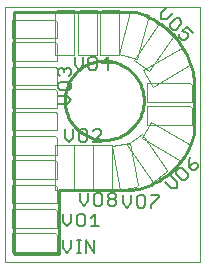
<source format=gto>
G75*
%MOIN*%
%OFA0B0*%
%FSLAX24Y24*%
%IPPOS*%
%LPD*%
%AMOC8*
5,1,8,0,0,1.08239X$1,22.5*
%
%ADD10C,0.0000*%
%ADD11C,0.0100*%
%ADD12C,0.0040*%
%ADD13C,0.0080*%
D10*
X002392Y002517D02*
X002392Y011017D01*
X008892Y011017D01*
X008892Y002517D01*
X002392Y002517D01*
D11*
X002704Y002767D02*
X002704Y010829D01*
X006767Y010829D01*
X008704Y008517D02*
X008704Y006767D01*
X006579Y004892D02*
X004204Y004892D01*
X004204Y002767D01*
X002704Y002767D01*
X006579Y004892D02*
X006678Y004908D01*
X006776Y004927D01*
X006873Y004950D01*
X006970Y004977D01*
X007065Y005008D01*
X007159Y005042D01*
X007252Y005080D01*
X007343Y005122D01*
X007432Y005167D01*
X007519Y005215D01*
X007605Y005268D01*
X007688Y005323D01*
X007770Y005381D01*
X007848Y005443D01*
X007925Y005508D01*
X007999Y005576D01*
X008070Y005646D01*
X008138Y005719D01*
X008203Y005795D01*
X008265Y005874D01*
X008325Y005954D01*
X008380Y006037D01*
X008433Y006123D01*
X008482Y006210D01*
X008528Y006299D01*
X008571Y006389D01*
X008609Y006482D01*
X008644Y006576D01*
X008676Y006671D01*
X008703Y006767D01*
X008704Y008517D02*
X008691Y008619D01*
X008673Y008721D01*
X008653Y008822D01*
X008628Y008922D01*
X008599Y009021D01*
X008567Y009119D01*
X008531Y009216D01*
X008492Y009311D01*
X008448Y009405D01*
X008402Y009497D01*
X008352Y009587D01*
X008298Y009675D01*
X008241Y009761D01*
X008181Y009845D01*
X008118Y009926D01*
X008052Y010005D01*
X007982Y010082D01*
X007910Y010156D01*
X007836Y010227D01*
X007758Y010295D01*
X007678Y010360D01*
X007596Y010422D01*
X007511Y010481D01*
X007424Y010537D01*
X007336Y010589D01*
X007245Y010638D01*
X007152Y010683D01*
X007058Y010725D01*
X006962Y010763D01*
X006865Y010798D01*
X006767Y010829D01*
X004386Y007892D02*
X004388Y007964D01*
X004394Y008036D01*
X004404Y008107D01*
X004417Y008178D01*
X004435Y008248D01*
X004456Y008316D01*
X004481Y008384D01*
X004510Y008450D01*
X004542Y008514D01*
X004578Y008577D01*
X004617Y008637D01*
X004659Y008696D01*
X004705Y008751D01*
X004753Y008805D01*
X004804Y008855D01*
X004858Y008903D01*
X004915Y008948D01*
X004974Y008989D01*
X005035Y009027D01*
X005098Y009062D01*
X005162Y009094D01*
X005229Y009121D01*
X005297Y009145D01*
X005366Y009166D01*
X005436Y009182D01*
X005507Y009195D01*
X005578Y009204D01*
X005650Y009209D01*
X005722Y009210D01*
X005794Y009207D01*
X005866Y009200D01*
X005937Y009189D01*
X006007Y009175D01*
X006077Y009156D01*
X006145Y009134D01*
X006213Y009108D01*
X006278Y009078D01*
X006342Y009045D01*
X006404Y009009D01*
X006464Y008969D01*
X006522Y008926D01*
X006577Y008879D01*
X006630Y008830D01*
X006679Y008778D01*
X006726Y008724D01*
X006770Y008667D01*
X006811Y008607D01*
X006848Y008546D01*
X006882Y008482D01*
X006913Y008417D01*
X006940Y008350D01*
X006963Y008282D01*
X006982Y008213D01*
X006998Y008143D01*
X007010Y008071D01*
X007018Y008000D01*
X007022Y007928D01*
X007022Y007856D01*
X007018Y007784D01*
X007010Y007713D01*
X006998Y007641D01*
X006982Y007571D01*
X006963Y007502D01*
X006940Y007434D01*
X006913Y007367D01*
X006882Y007302D01*
X006848Y007238D01*
X006811Y007177D01*
X006770Y007117D01*
X006726Y007060D01*
X006679Y007006D01*
X006630Y006954D01*
X006577Y006905D01*
X006522Y006858D01*
X006464Y006815D01*
X006404Y006775D01*
X006342Y006739D01*
X006278Y006706D01*
X006213Y006676D01*
X006145Y006650D01*
X006077Y006628D01*
X006007Y006609D01*
X005937Y006595D01*
X005866Y006584D01*
X005794Y006577D01*
X005722Y006574D01*
X005650Y006575D01*
X005578Y006580D01*
X005507Y006589D01*
X005436Y006602D01*
X005366Y006618D01*
X005297Y006639D01*
X005229Y006663D01*
X005162Y006690D01*
X005098Y006722D01*
X005035Y006757D01*
X004974Y006795D01*
X004915Y006836D01*
X004858Y006881D01*
X004804Y006929D01*
X004753Y006979D01*
X004705Y007033D01*
X004659Y007088D01*
X004617Y007147D01*
X004578Y007207D01*
X004542Y007270D01*
X004510Y007334D01*
X004481Y007400D01*
X004456Y007468D01*
X004435Y007536D01*
X004417Y007606D01*
X004404Y007677D01*
X004394Y007748D01*
X004388Y007820D01*
X004386Y007892D01*
D12*
X004142Y007642D02*
X002642Y007642D01*
X002642Y008267D01*
X004079Y008267D01*
X004142Y008204D01*
X004142Y007642D01*
X004079Y007517D02*
X004142Y007454D01*
X004142Y006892D01*
X002642Y006892D01*
X002642Y007517D01*
X004079Y007517D01*
X004079Y006704D02*
X004142Y006642D01*
X004142Y006079D01*
X002642Y006079D01*
X002642Y006704D01*
X004079Y006704D01*
X004079Y006392D02*
X004704Y006392D01*
X004704Y004954D01*
X004642Y004892D01*
X004079Y004892D01*
X004079Y006392D01*
X004079Y005892D02*
X004142Y005829D01*
X004142Y005267D01*
X002642Y005267D01*
X002642Y005892D01*
X004079Y005892D01*
X004704Y006392D02*
X005329Y006392D01*
X005329Y004954D01*
X005267Y004892D01*
X004704Y004892D01*
X004704Y006392D01*
X005329Y006392D02*
X005954Y006392D01*
X005954Y004954D01*
X005892Y004892D01*
X005329Y004892D01*
X005329Y006392D01*
X005956Y006371D02*
X006571Y006480D01*
X006821Y005064D01*
X006770Y004992D01*
X006216Y004894D01*
X005956Y006371D01*
X006456Y006400D02*
X006968Y006759D01*
X007793Y005581D01*
X007778Y005494D01*
X007317Y005171D01*
X006456Y006400D01*
X006961Y006621D02*
X007273Y007162D01*
X008518Y006444D01*
X008541Y006358D01*
X008260Y005871D01*
X006961Y006621D01*
X007142Y007079D02*
X007142Y007704D01*
X008579Y007704D01*
X008642Y007642D01*
X008642Y007079D01*
X007142Y007079D01*
X007142Y007829D02*
X007142Y008454D01*
X008579Y008454D01*
X008642Y008392D01*
X008642Y007829D01*
X007142Y007829D01*
X007313Y008348D02*
X007001Y008889D01*
X008245Y009608D01*
X008331Y009585D01*
X008612Y009098D01*
X007313Y008348D01*
X007195Y008863D02*
X006683Y009221D01*
X007508Y010399D01*
X007595Y010414D01*
X008055Y010092D01*
X007195Y008863D01*
X006806Y009284D02*
X006202Y009446D01*
X006574Y010835D01*
X006650Y010879D01*
X007194Y010733D01*
X006806Y009284D01*
X006204Y009392D02*
X005579Y009392D01*
X005579Y010829D01*
X005642Y010892D01*
X006204Y010892D01*
X006204Y009392D01*
X005454Y009392D02*
X004829Y009392D01*
X004829Y010829D01*
X004892Y010892D01*
X005454Y010892D01*
X005454Y009392D01*
X004704Y009392D02*
X004079Y009392D01*
X004079Y010829D01*
X004142Y010892D01*
X004704Y010892D01*
X004704Y009392D01*
X004142Y009204D02*
X002642Y009204D01*
X002642Y009829D01*
X004079Y009829D01*
X004142Y009767D01*
X004142Y009204D01*
X004079Y009017D02*
X004142Y008954D01*
X004142Y008392D01*
X002642Y008392D01*
X002642Y009017D01*
X004079Y009017D01*
X004142Y009954D02*
X002642Y009954D01*
X002642Y010579D01*
X004079Y010579D01*
X004142Y010517D01*
X004142Y009954D01*
X004079Y005079D02*
X002642Y005079D01*
X002642Y004454D01*
X004142Y004454D01*
X004142Y005017D01*
X004079Y005079D01*
X004079Y004267D02*
X004142Y004204D01*
X004142Y003642D01*
X002642Y003642D01*
X002642Y004267D01*
X004079Y004267D01*
X004079Y003454D02*
X004142Y003392D01*
X004142Y002829D01*
X002642Y002829D01*
X002642Y003454D01*
X004079Y003454D01*
D13*
X004332Y003240D02*
X004332Y002959D01*
X004472Y002819D01*
X004612Y002959D01*
X004612Y003240D01*
X004792Y003240D02*
X004932Y003240D01*
X004862Y003240D02*
X004862Y002819D01*
X004792Y002819D02*
X004932Y002819D01*
X005099Y002819D02*
X005099Y003240D01*
X005379Y002819D01*
X005379Y003240D01*
X005393Y003694D02*
X005393Y004115D01*
X005252Y003974D01*
X005072Y004044D02*
X005002Y004115D01*
X004862Y004115D01*
X004792Y004044D01*
X004792Y003764D01*
X004862Y003694D01*
X005002Y003694D01*
X005072Y003764D01*
X005072Y004044D01*
X005252Y003694D02*
X005533Y003694D01*
X005565Y004382D02*
X005425Y004382D01*
X005355Y004452D01*
X005355Y004732D01*
X005425Y004802D01*
X005565Y004802D01*
X005635Y004732D01*
X005635Y004452D01*
X005565Y004382D01*
X005815Y004452D02*
X005815Y004522D01*
X005885Y004592D01*
X006025Y004592D01*
X006095Y004522D01*
X006095Y004452D01*
X006025Y004382D01*
X005885Y004382D01*
X005815Y004452D01*
X005885Y004592D02*
X005815Y004662D01*
X005815Y004732D01*
X005885Y004802D01*
X006025Y004802D01*
X006095Y004732D01*
X006095Y004662D01*
X006025Y004592D01*
X006332Y004459D02*
X006472Y004319D01*
X006612Y004459D01*
X006612Y004740D01*
X006792Y004669D02*
X006792Y004389D01*
X006862Y004319D01*
X007002Y004319D01*
X007072Y004389D01*
X007072Y004669D01*
X007002Y004740D01*
X006862Y004740D01*
X006792Y004669D01*
X006332Y004740D02*
X006332Y004459D01*
X007252Y004389D02*
X007252Y004319D01*
X007252Y004389D02*
X007533Y004669D01*
X007533Y004740D01*
X007252Y004740D01*
X007720Y005157D02*
X007918Y004959D01*
X008116Y004959D01*
X008116Y005157D01*
X007918Y005355D01*
X008095Y005433D02*
X008293Y005235D01*
X008392Y005235D01*
X008491Y005334D01*
X008491Y005433D01*
X008293Y005631D01*
X008194Y005631D01*
X008095Y005532D01*
X008095Y005433D01*
X008520Y005660D02*
X008668Y005808D01*
X008767Y005808D01*
X008817Y005759D01*
X008817Y005660D01*
X008718Y005560D01*
X008619Y005560D01*
X008520Y005660D01*
X008520Y005858D01*
X008569Y006006D01*
X005844Y008919D02*
X005844Y009340D01*
X005634Y009129D01*
X005914Y009129D01*
X005454Y008989D02*
X005454Y009269D01*
X005384Y009340D01*
X005243Y009340D01*
X005173Y009269D01*
X005173Y008989D01*
X005243Y008919D01*
X005384Y008919D01*
X005454Y008989D01*
X004993Y009059D02*
X004993Y009340D01*
X004713Y009340D02*
X004713Y009059D01*
X004853Y008919D01*
X004993Y009059D01*
X004589Y008900D02*
X004589Y008760D01*
X004519Y008690D01*
X004589Y008900D02*
X004519Y008970D01*
X004449Y008970D01*
X004379Y008900D01*
X004379Y008830D01*
X004379Y008900D02*
X004309Y008970D01*
X004239Y008970D01*
X004169Y008900D01*
X004169Y008760D01*
X004239Y008690D01*
X004239Y008510D02*
X004169Y008440D01*
X004169Y008300D01*
X004239Y008230D01*
X004519Y008230D01*
X004589Y008300D01*
X004589Y008440D01*
X004519Y008510D01*
X004239Y008510D01*
X004169Y008049D02*
X004449Y008049D01*
X004589Y007909D01*
X004449Y007769D01*
X004169Y007769D01*
X004394Y006927D02*
X004394Y006647D01*
X004534Y006507D01*
X004674Y006647D01*
X004674Y006927D01*
X004855Y006857D02*
X004855Y006577D01*
X004925Y006507D01*
X005065Y006507D01*
X005135Y006577D01*
X005135Y006857D01*
X005065Y006927D01*
X004925Y006927D01*
X004855Y006857D01*
X005315Y006857D02*
X005385Y006927D01*
X005525Y006927D01*
X005595Y006857D01*
X005595Y006787D01*
X005315Y006507D01*
X005595Y006507D01*
X005174Y004802D02*
X005174Y004522D01*
X005034Y004382D01*
X004894Y004522D01*
X004894Y004802D01*
X004612Y004115D02*
X004612Y003834D01*
X004472Y003694D01*
X004332Y003834D01*
X004332Y004115D01*
X008307Y009901D02*
X008208Y010000D01*
X008208Y010099D01*
X008307Y010198D02*
X008456Y010148D01*
X008505Y010099D01*
X008505Y010000D01*
X008406Y009901D01*
X008307Y009901D01*
X008307Y010198D02*
X008456Y010347D01*
X008654Y010148D01*
X008279Y010424D02*
X008279Y010523D01*
X008180Y010623D01*
X008081Y010623D01*
X007883Y010424D01*
X007883Y010325D01*
X007982Y010226D01*
X008081Y010226D01*
X008279Y010424D01*
X008003Y010799D02*
X007805Y010601D01*
X007607Y010601D01*
X007607Y010799D01*
X007805Y010998D01*
M02*

</source>
